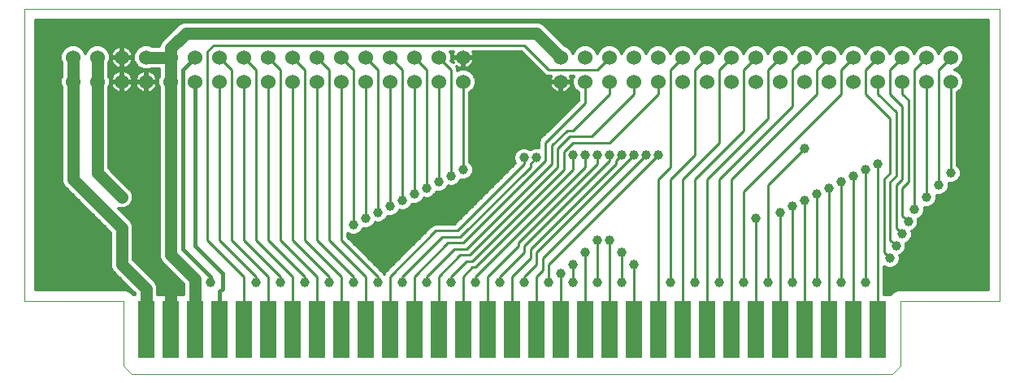
<source format=gtl>
G75*
G70*
%OFA0B0*%
%FSLAX24Y24*%
%IPPOS*%
%LPD*%
%AMOC8*
5,1,8,0,0,1.08239X$1,22.5*
%
%ADD10C,0.0000*%
%ADD11C,0.0600*%
%ADD12R,0.0650X0.2350*%
%ADD13C,0.0396*%
%ADD14C,0.0100*%
%ADD15C,0.0120*%
%ADD16C,0.2500*%
%ADD17C,0.0500*%
%ADD18C,0.0160*%
D10*
X004230Y000420D02*
X004230Y003100D01*
X004160Y003100D01*
X000160Y003100D01*
X000160Y015100D01*
X040160Y015100D01*
X040160Y003100D01*
X036160Y003100D01*
X036090Y003100D01*
X036090Y000420D01*
X035770Y000100D01*
X004550Y000100D01*
X004230Y000420D01*
D11*
X004160Y012100D03*
X005160Y012100D03*
X006160Y012100D03*
X007160Y012100D03*
X008160Y012100D03*
X009160Y012100D03*
X010160Y012100D03*
X011160Y012100D03*
X012160Y012100D03*
X013160Y012100D03*
X014160Y012100D03*
X015160Y012100D03*
X016160Y012100D03*
X017160Y012100D03*
X018160Y012100D03*
X018160Y013100D03*
X017160Y013100D03*
X016160Y013100D03*
X015160Y013100D03*
X014160Y013100D03*
X013160Y013100D03*
X012160Y013100D03*
X011160Y013100D03*
X010160Y013100D03*
X009160Y013100D03*
X008160Y013100D03*
X007160Y013100D03*
X006160Y013100D03*
X005160Y013100D03*
X004160Y013100D03*
X003160Y013100D03*
X002160Y013100D03*
X002160Y012100D03*
X003160Y012100D03*
X022160Y012100D03*
X023160Y012100D03*
X024160Y012100D03*
X025160Y012100D03*
X026160Y012100D03*
X027160Y012100D03*
X028160Y012100D03*
X029160Y012100D03*
X030160Y012100D03*
X031160Y012100D03*
X032160Y012100D03*
X033160Y012100D03*
X034160Y012100D03*
X035160Y012100D03*
X036160Y012100D03*
X037160Y012100D03*
X038160Y012100D03*
X038160Y013100D03*
X037160Y013100D03*
X036160Y013100D03*
X035160Y013100D03*
X034160Y013100D03*
X033160Y013100D03*
X032160Y013100D03*
X031160Y013100D03*
X030160Y013100D03*
X029160Y013100D03*
X028160Y013100D03*
X027160Y013100D03*
X026160Y013100D03*
X025160Y013100D03*
X024160Y013100D03*
X023160Y013100D03*
X022160Y013100D03*
D12*
X022160Y001915D03*
X021160Y001915D03*
X020160Y001915D03*
X019160Y001915D03*
X018160Y001915D03*
X017160Y001915D03*
X016160Y001915D03*
X015160Y001915D03*
X014160Y001915D03*
X013160Y001915D03*
X012160Y001915D03*
X011160Y001915D03*
X010160Y001915D03*
X009160Y001915D03*
X008160Y001915D03*
X007160Y001915D03*
X006160Y001915D03*
X005160Y001915D03*
X023160Y001915D03*
X024160Y001915D03*
X025160Y001915D03*
X026160Y001915D03*
X027160Y001915D03*
X028160Y001915D03*
X029160Y001915D03*
X030160Y001915D03*
X031160Y001915D03*
X032160Y001915D03*
X033160Y001915D03*
X034160Y001915D03*
X035160Y001915D03*
D13*
X034660Y003850D03*
X033660Y003850D03*
X032660Y003850D03*
X031660Y003850D03*
X030660Y003850D03*
X029660Y003850D03*
X028660Y003850D03*
X027660Y003850D03*
X026660Y003850D03*
X025160Y004600D03*
X024660Y005100D03*
X024160Y005600D03*
X023660Y005600D03*
X023160Y005100D03*
X022660Y004600D03*
X022160Y004225D03*
X021660Y003850D03*
X020660Y003850D03*
X019660Y003850D03*
X018660Y003850D03*
X017660Y003850D03*
X016660Y003850D03*
X015660Y003850D03*
X014660Y003850D03*
X013660Y003850D03*
X012660Y003850D03*
X011660Y003850D03*
X010660Y003850D03*
X009660Y003850D03*
X007785Y003850D03*
X007160Y003975D03*
X006910Y004225D03*
X006160Y003975D03*
X005910Y004225D03*
X006160Y003600D03*
X007160Y003600D03*
X003910Y003850D03*
X004160Y007350D03*
X003910Y007600D03*
X004910Y008600D03*
X001160Y011100D03*
X002660Y014100D03*
X017660Y008225D03*
X017160Y007975D03*
X016660Y007725D03*
X016160Y007475D03*
X015660Y007225D03*
X015160Y006975D03*
X014660Y006725D03*
X014160Y006475D03*
X013660Y006225D03*
X014660Y004975D03*
X015160Y004975D03*
X022660Y003850D03*
X023660Y003850D03*
X024660Y003850D03*
X030160Y006475D03*
X031160Y006725D03*
X031660Y006975D03*
X032160Y007225D03*
X032660Y007475D03*
X033160Y007725D03*
X033660Y007975D03*
X034160Y008225D03*
X034660Y008475D03*
X035160Y008725D03*
X037660Y007850D03*
X037160Y007350D03*
X036660Y006850D03*
X036410Y006350D03*
X036160Y005850D03*
X035910Y005350D03*
X035660Y004850D03*
X035660Y003850D03*
X036035Y003850D03*
X038160Y008350D03*
X032160Y009350D03*
X026160Y009100D03*
X025660Y009100D03*
X025160Y009100D03*
X024660Y009100D03*
X024160Y009100D03*
X023660Y009100D03*
X023160Y009100D03*
X022660Y009100D03*
X021160Y008975D03*
X020660Y008975D03*
X019160Y008975D03*
X018160Y008475D03*
X022660Y014100D03*
X029660Y014100D03*
X036660Y014100D03*
X039160Y011100D03*
D14*
X038160Y012100D02*
X038160Y008350D01*
X037660Y007850D02*
X037660Y012600D01*
X038160Y013100D01*
X037160Y013100D02*
X036660Y012600D01*
X036660Y006850D01*
X036160Y006600D02*
X036410Y006350D01*
X036160Y006600D02*
X036160Y007725D01*
X036410Y007975D01*
X036410Y011350D01*
X036160Y011600D01*
X036160Y012100D01*
X035160Y012100D02*
X035160Y011600D01*
X035910Y010850D01*
X035910Y008225D01*
X035660Y007975D01*
X035660Y005600D01*
X035910Y005350D01*
X035410Y005100D02*
X035410Y008100D01*
X035660Y008350D01*
X035660Y010600D01*
X034660Y011600D01*
X034660Y012600D01*
X035160Y013100D01*
X035660Y012600D02*
X036160Y013100D01*
X035660Y012600D02*
X035660Y011600D01*
X036160Y011100D01*
X036160Y008100D01*
X035910Y007850D01*
X035910Y006100D01*
X036160Y005850D01*
X035410Y005100D02*
X035660Y004850D01*
X034660Y003850D02*
X034660Y008475D01*
X034160Y008225D02*
X034160Y001915D01*
X033160Y001915D02*
X033160Y007725D01*
X032660Y007475D02*
X032660Y003850D01*
X033660Y003850D02*
X033660Y007975D01*
X032160Y007225D02*
X032160Y001915D01*
X031160Y001915D02*
X031160Y006725D01*
X031660Y006975D02*
X031660Y003850D01*
X030660Y003850D02*
X030660Y007850D01*
X032160Y009350D01*
X029660Y010100D02*
X029660Y012600D01*
X030160Y013100D01*
X029160Y013100D02*
X028660Y012600D01*
X028660Y009600D01*
X027160Y008100D01*
X027160Y001915D01*
X028160Y001915D02*
X028160Y008100D01*
X030660Y010600D01*
X030660Y012600D01*
X031160Y013100D01*
X031660Y012600D02*
X032160Y013100D01*
X031660Y012600D02*
X031660Y011100D01*
X028660Y008100D01*
X028660Y003850D01*
X029660Y003850D02*
X029660Y007600D01*
X033660Y011600D01*
X033660Y012600D01*
X034160Y013100D01*
X033160Y013100D02*
X032660Y012600D01*
X032660Y011600D01*
X029160Y008100D01*
X029160Y001915D01*
X030160Y001915D02*
X030160Y006475D01*
X027660Y008100D02*
X029660Y010100D01*
X027660Y009100D02*
X027660Y012600D01*
X028160Y013100D01*
X027160Y013100D02*
X026660Y012600D01*
X026660Y008600D01*
X026160Y008100D01*
X026160Y001915D01*
X025160Y001915D02*
X025160Y004600D01*
X024660Y005100D02*
X024660Y003850D01*
X023660Y003850D02*
X023660Y005600D01*
X024160Y005600D02*
X024160Y001915D01*
X023160Y001915D02*
X023160Y005100D01*
X022660Y004600D02*
X022660Y003850D01*
X022160Y004225D02*
X022160Y001915D01*
X021160Y001915D02*
X021160Y004100D01*
X021410Y004350D01*
X021410Y004850D01*
X025660Y009100D01*
X025160Y009100D02*
X021160Y005100D01*
X021160Y004600D01*
X020660Y004100D01*
X020660Y003850D01*
X020160Y004100D02*
X020910Y004850D01*
X020910Y005225D01*
X024410Y008725D01*
X024410Y008850D01*
X024660Y009100D01*
X024160Y009100D02*
X024160Y008850D01*
X020660Y005350D01*
X020660Y005100D01*
X019660Y004100D01*
X019660Y003850D01*
X019160Y004100D02*
X020410Y005350D01*
X020410Y005475D01*
X023660Y008725D01*
X023660Y009100D01*
X023160Y009100D02*
X023160Y008600D01*
X018660Y004100D01*
X018660Y003850D01*
X018160Y004100D02*
X018535Y004475D01*
X018660Y004475D01*
X022660Y008475D01*
X022660Y009100D01*
X022285Y009225D02*
X022660Y009600D01*
X024160Y009600D01*
X026160Y011600D01*
X026160Y012100D01*
X025160Y012100D02*
X025160Y011600D01*
X023410Y009850D01*
X022535Y009850D01*
X022035Y009350D01*
X022035Y008600D01*
X018410Y004975D01*
X018035Y004975D01*
X017160Y004100D01*
X017160Y001915D01*
X016160Y001915D02*
X016160Y004100D01*
X017535Y005475D01*
X018160Y005475D01*
X021535Y008850D01*
X021535Y009600D01*
X023160Y011225D01*
X023160Y012100D01*
X024160Y012100D02*
X024160Y011600D01*
X022660Y010100D01*
X022410Y010100D01*
X021785Y009475D01*
X021785Y008725D01*
X018285Y005225D01*
X017785Y005225D01*
X016660Y004100D01*
X016660Y003850D01*
X017660Y003850D02*
X017660Y004100D01*
X018285Y004725D01*
X018535Y004725D01*
X022285Y008475D01*
X022285Y009225D01*
X021160Y008975D02*
X020910Y008725D01*
X020910Y008600D01*
X018035Y005725D01*
X017285Y005725D01*
X015660Y004100D01*
X015660Y003850D01*
X015160Y004100D02*
X017035Y005975D01*
X017910Y005975D01*
X020660Y008725D01*
X020660Y008975D01*
X018160Y008475D02*
X018160Y012100D01*
X017660Y012600D02*
X017660Y008225D01*
X017160Y007975D02*
X017160Y012100D01*
X016160Y012100D02*
X016160Y007475D01*
X016660Y007725D02*
X016660Y012600D01*
X016160Y013100D01*
X017160Y013100D02*
X017660Y012600D01*
X015660Y012600D02*
X015660Y007225D01*
X015160Y006975D02*
X015160Y012100D01*
X014160Y012100D02*
X014160Y006475D01*
X013660Y006225D02*
X013660Y012600D01*
X013160Y013100D01*
X012660Y012600D02*
X012160Y013100D01*
X011660Y012600D02*
X011160Y013100D01*
X010660Y012600D02*
X010160Y013100D01*
X009660Y012600D02*
X009660Y005600D01*
X011160Y004100D01*
X011160Y001915D01*
X010160Y001915D02*
X010160Y004100D01*
X008660Y005600D01*
X008660Y012600D01*
X008160Y013100D01*
X007660Y013350D02*
X007910Y013600D01*
X020660Y013600D01*
X021660Y012600D01*
X023660Y012600D01*
X024160Y013100D01*
X015660Y012600D02*
X015160Y013100D01*
X014660Y012600D02*
X014160Y013100D01*
X014660Y012600D02*
X014660Y006725D01*
X013160Y005600D02*
X013160Y012100D01*
X012160Y012100D02*
X012160Y005600D01*
X013660Y004100D01*
X013660Y003850D01*
X013160Y004100D02*
X011660Y005600D01*
X011660Y012600D01*
X010660Y012600D02*
X010660Y005600D01*
X012160Y004100D01*
X012160Y001915D01*
X013160Y001915D02*
X013160Y004100D01*
X012660Y004100D02*
X012660Y003850D01*
X012660Y004100D02*
X011160Y005600D01*
X011160Y012100D01*
X010160Y012100D02*
X010160Y005600D01*
X011660Y004100D01*
X011660Y003850D01*
X010660Y003850D02*
X010660Y004100D01*
X009160Y005600D01*
X009160Y012100D01*
X008160Y012100D02*
X008160Y005600D01*
X009660Y004100D01*
X009660Y003850D01*
X009160Y004100D02*
X007660Y005600D01*
X007660Y013350D01*
X009160Y013100D02*
X009660Y012600D01*
X012660Y012600D02*
X012660Y005600D01*
X014160Y004100D01*
X014160Y001915D01*
X015160Y001915D02*
X015160Y004100D01*
X014660Y004100D02*
X014660Y003850D01*
X014660Y004100D02*
X013160Y005600D01*
X009160Y004100D02*
X009160Y001915D01*
X018160Y001915D02*
X018160Y004100D01*
X019160Y004100D02*
X019160Y001915D01*
X020160Y001915D02*
X020160Y004100D01*
X021660Y003850D02*
X021660Y004600D01*
X026160Y009100D01*
X026660Y008100D02*
X027660Y009100D01*
X027660Y008100D02*
X027660Y003850D01*
X026660Y003850D02*
X026660Y008100D01*
X035160Y008725D02*
X035160Y001915D01*
X037160Y007350D02*
X037160Y012100D01*
D15*
X038312Y012600D02*
X038455Y012659D01*
X038601Y012805D01*
X038680Y012997D01*
X038680Y013203D01*
X038601Y013395D01*
X038455Y013541D01*
X038263Y013620D01*
X038057Y013620D01*
X037865Y013541D01*
X037719Y013395D01*
X037660Y013252D01*
X037601Y013395D01*
X037455Y013541D01*
X037263Y013620D01*
X037057Y013620D01*
X036865Y013541D01*
X036719Y013395D01*
X036660Y013252D01*
X036601Y013395D01*
X036455Y013541D01*
X036263Y013620D01*
X036057Y013620D01*
X035865Y013541D01*
X035719Y013395D01*
X035660Y013252D01*
X035601Y013395D01*
X035455Y013541D01*
X035263Y013620D01*
X035057Y013620D01*
X034865Y013541D01*
X034719Y013395D01*
X034660Y013252D01*
X034601Y013395D01*
X034455Y013541D01*
X034263Y013620D01*
X034057Y013620D01*
X033865Y013541D01*
X033719Y013395D01*
X033660Y013252D01*
X033601Y013395D01*
X033455Y013541D01*
X033263Y013620D01*
X033057Y013620D01*
X032865Y013541D01*
X032719Y013395D01*
X032660Y013252D01*
X032601Y013395D01*
X032455Y013541D01*
X032263Y013620D01*
X032057Y013620D01*
X031865Y013541D01*
X031719Y013395D01*
X031660Y013252D01*
X031601Y013395D01*
X031455Y013541D01*
X031263Y013620D01*
X031057Y013620D01*
X030865Y013541D01*
X030719Y013395D01*
X030660Y013252D01*
X030601Y013395D01*
X030455Y013541D01*
X030263Y013620D01*
X030057Y013620D01*
X029865Y013541D01*
X029719Y013395D01*
X029660Y013252D01*
X029601Y013395D01*
X029455Y013541D01*
X029263Y013620D01*
X029057Y013620D01*
X028865Y013541D01*
X028719Y013395D01*
X028660Y013252D01*
X028601Y013395D01*
X028455Y013541D01*
X028263Y013620D01*
X028057Y013620D01*
X027865Y013541D01*
X027719Y013395D01*
X027660Y013252D01*
X027601Y013395D01*
X027455Y013541D01*
X027263Y013620D01*
X027057Y013620D01*
X026865Y013541D01*
X026719Y013395D01*
X026660Y013252D01*
X026601Y013395D01*
X026455Y013541D01*
X026263Y013620D01*
X026057Y013620D01*
X025865Y013541D01*
X025719Y013395D01*
X025660Y013252D01*
X025601Y013395D01*
X025455Y013541D01*
X025263Y013620D01*
X025057Y013620D01*
X024865Y013541D01*
X024719Y013395D01*
X024660Y013252D01*
X024601Y013395D01*
X024455Y013541D01*
X024263Y013620D01*
X024057Y013620D01*
X023865Y013541D01*
X023719Y013395D01*
X023660Y013252D01*
X023601Y013395D01*
X023455Y013541D01*
X023263Y013620D01*
X023057Y013620D01*
X022865Y013541D01*
X022719Y013395D01*
X022660Y013252D01*
X022601Y013395D01*
X022455Y013541D01*
X022334Y013591D01*
X021558Y014366D01*
X021426Y014498D01*
X021253Y014570D01*
X006692Y014570D01*
X006519Y014498D01*
X005894Y013873D01*
X005762Y013741D01*
X005691Y013570D01*
X005384Y013570D01*
X005263Y013620D01*
X005057Y013620D01*
X004865Y013541D01*
X004719Y013395D01*
X004640Y013203D01*
X004640Y012997D01*
X004719Y012805D01*
X004865Y012659D01*
X005057Y012580D01*
X005263Y012580D01*
X005384Y012630D01*
X005690Y012630D01*
X005690Y012324D01*
X005640Y012203D01*
X005640Y011997D01*
X005690Y011876D01*
X005690Y004882D01*
X005762Y004709D01*
X006512Y003959D01*
X006690Y003780D01*
X006690Y003350D01*
X005630Y003350D01*
X005630Y003693D01*
X005558Y003866D01*
X004630Y004795D01*
X004630Y006193D01*
X004558Y006366D01*
X004029Y006895D01*
X004067Y006880D01*
X004253Y006880D01*
X004426Y006952D01*
X004558Y007084D01*
X004630Y007257D01*
X004630Y007443D01*
X004558Y007616D01*
X004176Y007998D01*
X003630Y008545D01*
X003630Y011876D01*
X003680Y011997D01*
X003680Y012203D01*
X003630Y012324D01*
X003630Y012876D01*
X003680Y012997D01*
X003680Y013203D01*
X003601Y013395D01*
X003455Y013541D01*
X003263Y013620D01*
X003057Y013620D01*
X002865Y013541D01*
X002719Y013395D01*
X002660Y013252D01*
X002601Y013395D01*
X002455Y013541D01*
X002263Y013620D01*
X002057Y013620D01*
X001865Y013541D01*
X001719Y013395D01*
X001640Y013203D01*
X001640Y012997D01*
X001690Y012876D01*
X001690Y012324D01*
X001640Y012203D01*
X001640Y011997D01*
X001690Y011876D01*
X001690Y008007D01*
X001762Y007834D01*
X001894Y007702D01*
X003690Y005905D01*
X003690Y004507D01*
X003762Y004334D01*
X003894Y004202D01*
X004690Y003405D01*
X004690Y003350D01*
X004624Y003350D01*
X004620Y003361D01*
X004491Y003490D01*
X004321Y003560D01*
X000620Y003560D01*
X000620Y014640D01*
X039700Y014640D01*
X039700Y003560D01*
X035998Y003560D01*
X035829Y003490D01*
X035700Y003361D01*
X035696Y003350D01*
X035430Y003350D01*
X035430Y004493D01*
X035577Y004432D01*
X035743Y004432D01*
X035897Y004496D01*
X036014Y004613D01*
X036078Y004767D01*
X036078Y004933D01*
X036066Y004962D01*
X036147Y004996D01*
X036264Y005113D01*
X036328Y005267D01*
X036328Y005433D01*
X036316Y005462D01*
X036397Y005496D01*
X036514Y005613D01*
X036578Y005767D01*
X036578Y005933D01*
X036566Y005962D01*
X036647Y005996D01*
X036764Y006113D01*
X036828Y006267D01*
X036828Y006433D01*
X036816Y006462D01*
X036897Y006496D01*
X037014Y006613D01*
X037078Y006767D01*
X037078Y006932D01*
X037243Y006932D01*
X037397Y006996D01*
X037514Y007113D01*
X037578Y007267D01*
X037578Y007432D01*
X037743Y007432D01*
X037897Y007496D01*
X038014Y007613D01*
X038078Y007767D01*
X038078Y007932D01*
X038243Y007932D01*
X038397Y007996D01*
X038514Y008113D01*
X038578Y008267D01*
X038578Y008433D01*
X038514Y008587D01*
X038430Y008671D01*
X038430Y011649D01*
X038455Y011659D01*
X038601Y011805D01*
X038680Y011997D01*
X038680Y012203D01*
X038601Y012395D01*
X038455Y012541D01*
X038312Y012600D01*
X038450Y012543D02*
X039700Y012543D01*
X039700Y012661D02*
X038456Y012661D01*
X038575Y012780D02*
X039700Y012780D01*
X039700Y012898D02*
X038639Y012898D01*
X038680Y013017D02*
X039700Y013017D01*
X039700Y013135D02*
X038680Y013135D01*
X038659Y013254D02*
X039700Y013254D01*
X039700Y013372D02*
X038610Y013372D01*
X038505Y013491D02*
X039700Y013491D01*
X039700Y013609D02*
X038290Y013609D01*
X038030Y013609D02*
X037290Y013609D01*
X037505Y013491D02*
X037815Y013491D01*
X037710Y013372D02*
X037610Y013372D01*
X037659Y013254D02*
X037661Y013254D01*
X036815Y013491D02*
X036505Y013491D01*
X036610Y013372D02*
X036710Y013372D01*
X036661Y013254D02*
X036659Y013254D01*
X035815Y013491D02*
X035505Y013491D01*
X035610Y013372D02*
X035710Y013372D01*
X035661Y013254D02*
X035659Y013254D01*
X034815Y013491D02*
X034505Y013491D01*
X034610Y013372D02*
X034710Y013372D01*
X034661Y013254D02*
X034659Y013254D01*
X033815Y013491D02*
X033505Y013491D01*
X033610Y013372D02*
X033710Y013372D01*
X033661Y013254D02*
X033659Y013254D01*
X032815Y013491D02*
X032505Y013491D01*
X032610Y013372D02*
X032710Y013372D01*
X032661Y013254D02*
X032659Y013254D01*
X031815Y013491D02*
X031505Y013491D01*
X031610Y013372D02*
X031710Y013372D01*
X031661Y013254D02*
X031659Y013254D01*
X030815Y013491D02*
X030505Y013491D01*
X030610Y013372D02*
X030710Y013372D01*
X030661Y013254D02*
X030659Y013254D01*
X030290Y013609D02*
X031030Y013609D01*
X031290Y013609D02*
X032030Y013609D01*
X032290Y013609D02*
X033030Y013609D01*
X033290Y013609D02*
X034030Y013609D01*
X034290Y013609D02*
X035030Y013609D01*
X035290Y013609D02*
X036030Y013609D01*
X036290Y013609D02*
X037030Y013609D01*
X039700Y013728D02*
X022197Y013728D01*
X022079Y013846D02*
X039700Y013846D01*
X039700Y013965D02*
X021960Y013965D01*
X021842Y014083D02*
X039700Y014083D01*
X039700Y014202D02*
X021723Y014202D01*
X021605Y014320D02*
X039700Y014320D01*
X039700Y014439D02*
X021486Y014439D01*
X021285Y014557D02*
X039700Y014557D01*
X039700Y012424D02*
X038571Y012424D01*
X038638Y012306D02*
X039700Y012306D01*
X039700Y012187D02*
X038680Y012187D01*
X038680Y012069D02*
X039700Y012069D01*
X039700Y011950D02*
X038661Y011950D01*
X038612Y011832D02*
X039700Y011832D01*
X039700Y011713D02*
X038508Y011713D01*
X038430Y011595D02*
X039700Y011595D01*
X039700Y011476D02*
X038430Y011476D01*
X038430Y011358D02*
X039700Y011358D01*
X039700Y011239D02*
X038430Y011239D01*
X038430Y011121D02*
X039700Y011121D01*
X039700Y011002D02*
X038430Y011002D01*
X038430Y010884D02*
X039700Y010884D01*
X039700Y010765D02*
X038430Y010765D01*
X038430Y010647D02*
X039700Y010647D01*
X039700Y010528D02*
X038430Y010528D01*
X038430Y010410D02*
X039700Y010410D01*
X039700Y010291D02*
X038430Y010291D01*
X038430Y010173D02*
X039700Y010173D01*
X039700Y010054D02*
X038430Y010054D01*
X038430Y009936D02*
X039700Y009936D01*
X039700Y009817D02*
X038430Y009817D01*
X038430Y009699D02*
X039700Y009699D01*
X039700Y009580D02*
X038430Y009580D01*
X038430Y009462D02*
X039700Y009462D01*
X039700Y009343D02*
X038430Y009343D01*
X038430Y009225D02*
X039700Y009225D01*
X039700Y009106D02*
X038430Y009106D01*
X038430Y008988D02*
X039700Y008988D01*
X039700Y008869D02*
X038430Y008869D01*
X038430Y008751D02*
X039700Y008751D01*
X039700Y008632D02*
X038469Y008632D01*
X038545Y008514D02*
X039700Y008514D01*
X039700Y008395D02*
X038578Y008395D01*
X038578Y008277D02*
X039700Y008277D01*
X039700Y008158D02*
X038533Y008158D01*
X038441Y008040D02*
X039700Y008040D01*
X039700Y007921D02*
X038078Y007921D01*
X038078Y007803D02*
X039700Y007803D01*
X039700Y007684D02*
X038044Y007684D01*
X037967Y007566D02*
X039700Y007566D01*
X039700Y007447D02*
X037780Y007447D01*
X037578Y007329D02*
X039700Y007329D01*
X039700Y007210D02*
X037555Y007210D01*
X037493Y007092D02*
X039700Y007092D01*
X039700Y006973D02*
X037342Y006973D01*
X037078Y006855D02*
X039700Y006855D01*
X039700Y006736D02*
X037065Y006736D01*
X037016Y006618D02*
X039700Y006618D01*
X039700Y006499D02*
X036900Y006499D01*
X036828Y006381D02*
X039700Y006381D01*
X039700Y006262D02*
X036826Y006262D01*
X036777Y006144D02*
X039700Y006144D01*
X039700Y006025D02*
X036676Y006025D01*
X036578Y005907D02*
X039700Y005907D01*
X039700Y005788D02*
X036578Y005788D01*
X036538Y005670D02*
X039700Y005670D01*
X039700Y005551D02*
X036452Y005551D01*
X036328Y005433D02*
X039700Y005433D01*
X039700Y005314D02*
X036328Y005314D01*
X036299Y005196D02*
X039700Y005196D01*
X039700Y005077D02*
X036228Y005077D01*
X036068Y004959D02*
X039700Y004959D01*
X039700Y004840D02*
X036078Y004840D01*
X036059Y004722D02*
X039700Y004722D01*
X039700Y004603D02*
X036004Y004603D01*
X035870Y004485D02*
X039700Y004485D01*
X039700Y004366D02*
X035430Y004366D01*
X035430Y004248D02*
X039700Y004248D01*
X039700Y004129D02*
X035430Y004129D01*
X035430Y004011D02*
X039700Y004011D01*
X039700Y003892D02*
X035430Y003892D01*
X035430Y003774D02*
X039700Y003774D01*
X039700Y003655D02*
X035430Y003655D01*
X035430Y003537D02*
X035942Y003537D01*
X035757Y003418D02*
X035430Y003418D01*
X035430Y004485D02*
X035450Y004485D01*
X022890Y011337D02*
X021306Y009753D01*
X021265Y009654D01*
X021265Y009384D01*
X021243Y009393D01*
X021077Y009393D01*
X020923Y009329D01*
X020910Y009316D01*
X020897Y009329D01*
X020743Y009393D01*
X020577Y009393D01*
X020423Y009329D01*
X020306Y009212D01*
X020242Y009058D01*
X020242Y008892D01*
X020301Y008748D01*
X017798Y006245D01*
X016981Y006245D01*
X016882Y006204D01*
X016806Y006128D01*
X014931Y004253D01*
X014910Y004202D01*
X014889Y004253D01*
X013430Y005712D01*
X013430Y005868D01*
X013577Y005807D01*
X013743Y005807D01*
X013897Y005871D01*
X014014Y005988D01*
X014048Y006069D01*
X014077Y006057D01*
X014243Y006057D01*
X014397Y006121D01*
X014514Y006238D01*
X014548Y006319D01*
X014577Y006307D01*
X014743Y006307D01*
X014897Y006371D01*
X015014Y006488D01*
X015048Y006569D01*
X015077Y006557D01*
X015243Y006557D01*
X015397Y006621D01*
X015514Y006738D01*
X015548Y006819D01*
X015577Y006807D01*
X015743Y006807D01*
X015897Y006871D01*
X016014Y006988D01*
X016048Y007069D01*
X016077Y007057D01*
X016243Y007057D01*
X016397Y007121D01*
X016514Y007238D01*
X016548Y007319D01*
X016577Y007307D01*
X016743Y007307D01*
X016897Y007371D01*
X017014Y007488D01*
X017048Y007569D01*
X017077Y007557D01*
X017243Y007557D01*
X017397Y007621D01*
X017514Y007738D01*
X017548Y007819D01*
X017577Y007807D01*
X017743Y007807D01*
X017897Y007871D01*
X018014Y007988D01*
X018048Y008069D01*
X018077Y008057D01*
X018243Y008057D01*
X018397Y008121D01*
X018514Y008238D01*
X018578Y008392D01*
X018578Y008558D01*
X018514Y008712D01*
X018430Y008796D01*
X018430Y011649D01*
X018455Y011659D01*
X018601Y011805D01*
X018680Y011997D01*
X018680Y012203D01*
X018601Y012395D01*
X018455Y012541D01*
X018263Y012620D01*
X018057Y012620D01*
X017930Y012568D01*
X017930Y012654D01*
X017903Y012718D01*
X017919Y012707D01*
X017983Y012674D01*
X018052Y012651D01*
X018120Y012641D01*
X018120Y013060D01*
X017701Y013060D01*
X017711Y012992D01*
X017734Y012923D01*
X017750Y012892D01*
X017670Y012972D01*
X017680Y012997D01*
X017680Y013203D01*
X017628Y013330D01*
X017761Y013330D01*
X017734Y013277D01*
X017711Y013208D01*
X017701Y013140D01*
X018120Y013140D01*
X018120Y013060D01*
X018200Y013060D01*
X018200Y013140D01*
X018619Y013140D01*
X018609Y013208D01*
X018586Y013277D01*
X018559Y013330D01*
X020548Y013330D01*
X021431Y012447D01*
X021507Y012371D01*
X021606Y012330D01*
X021761Y012330D01*
X021734Y012277D01*
X021711Y012208D01*
X021701Y012140D01*
X022120Y012140D01*
X022120Y012060D01*
X022200Y012060D01*
X022200Y012140D01*
X022619Y012140D01*
X022609Y012208D01*
X022586Y012277D01*
X022559Y012330D01*
X022692Y012330D01*
X022640Y012203D01*
X022640Y011997D01*
X022719Y011805D01*
X022865Y011659D01*
X022890Y011649D01*
X022890Y011337D01*
X022890Y011358D02*
X018430Y011358D01*
X018430Y011476D02*
X022890Y011476D01*
X022890Y011595D02*
X018430Y011595D01*
X018508Y011713D02*
X021910Y011713D01*
X021919Y011707D02*
X021983Y011674D01*
X022052Y011651D01*
X022120Y011641D01*
X022120Y012060D01*
X021701Y012060D01*
X021711Y011992D01*
X021734Y011923D01*
X021767Y011859D01*
X021809Y011800D01*
X021860Y011749D01*
X021919Y011707D01*
X021786Y011832D02*
X018612Y011832D01*
X018661Y011950D02*
X021725Y011950D01*
X021708Y012187D02*
X018680Y012187D01*
X018680Y012069D02*
X022120Y012069D01*
X022200Y012069D02*
X022640Y012069D01*
X022619Y012060D02*
X022200Y012060D01*
X022200Y011641D01*
X022268Y011651D01*
X022337Y011674D01*
X022401Y011707D01*
X022460Y011749D01*
X022511Y011800D01*
X022553Y011859D01*
X022586Y011923D01*
X022609Y011992D01*
X022619Y012060D01*
X022595Y011950D02*
X022659Y011950D01*
X022708Y011832D02*
X022534Y011832D01*
X022410Y011713D02*
X022812Y011713D01*
X022200Y011713D02*
X022120Y011713D01*
X022120Y011832D02*
X022200Y011832D01*
X022200Y011950D02*
X022120Y011950D01*
X021748Y012306D02*
X018638Y012306D01*
X018571Y012424D02*
X021454Y012424D01*
X021336Y012543D02*
X018450Y012543D01*
X018401Y012707D02*
X018460Y012749D01*
X018511Y012800D01*
X018553Y012859D01*
X018586Y012923D01*
X018609Y012992D01*
X018619Y013060D01*
X018200Y013060D01*
X018200Y012641D01*
X018268Y012651D01*
X018337Y012674D01*
X018401Y012707D01*
X018298Y012661D02*
X021217Y012661D01*
X021099Y012780D02*
X018490Y012780D01*
X018573Y012898D02*
X020980Y012898D01*
X020862Y013017D02*
X018613Y013017D01*
X018594Y013254D02*
X020625Y013254D01*
X020743Y013135D02*
X018200Y013135D01*
X018120Y013135D02*
X017680Y013135D01*
X017680Y013017D02*
X017707Y013017D01*
X017744Y012898D02*
X017747Y012898D01*
X018120Y012898D02*
X018200Y012898D01*
X018200Y012780D02*
X018120Y012780D01*
X018120Y012661D02*
X018200Y012661D01*
X018022Y012661D02*
X017927Y012661D01*
X018120Y013017D02*
X018200Y013017D01*
X017726Y013254D02*
X017659Y013254D01*
X022316Y013609D02*
X023030Y013609D01*
X022815Y013491D02*
X022505Y013491D01*
X022610Y013372D02*
X022710Y013372D01*
X022661Y013254D02*
X022659Y013254D01*
X023505Y013491D02*
X023815Y013491D01*
X023710Y013372D02*
X023610Y013372D01*
X023659Y013254D02*
X023661Y013254D01*
X024505Y013491D02*
X024815Y013491D01*
X024710Y013372D02*
X024610Y013372D01*
X024659Y013254D02*
X024661Y013254D01*
X025505Y013491D02*
X025815Y013491D01*
X025710Y013372D02*
X025610Y013372D01*
X025659Y013254D02*
X025661Y013254D01*
X026505Y013491D02*
X026815Y013491D01*
X026710Y013372D02*
X026610Y013372D01*
X026659Y013254D02*
X026661Y013254D01*
X027505Y013491D02*
X027815Y013491D01*
X027710Y013372D02*
X027610Y013372D01*
X027659Y013254D02*
X027661Y013254D01*
X028505Y013491D02*
X028815Y013491D01*
X028710Y013372D02*
X028610Y013372D01*
X028659Y013254D02*
X028661Y013254D01*
X029505Y013491D02*
X029815Y013491D01*
X029710Y013372D02*
X029610Y013372D01*
X029659Y013254D02*
X029661Y013254D01*
X030030Y013609D02*
X029290Y013609D01*
X029030Y013609D02*
X028290Y013609D01*
X028030Y013609D02*
X027290Y013609D01*
X027030Y013609D02*
X026290Y013609D01*
X026030Y013609D02*
X025290Y013609D01*
X025030Y013609D02*
X024290Y013609D01*
X024030Y013609D02*
X023290Y013609D01*
X022682Y012306D02*
X022572Y012306D01*
X022612Y012187D02*
X022640Y012187D01*
X022792Y011239D02*
X018430Y011239D01*
X018430Y011121D02*
X022674Y011121D01*
X022555Y011002D02*
X018430Y011002D01*
X018430Y010884D02*
X022437Y010884D01*
X022318Y010765D02*
X018430Y010765D01*
X018430Y010647D02*
X022200Y010647D01*
X022081Y010528D02*
X018430Y010528D01*
X018430Y010410D02*
X021963Y010410D01*
X021844Y010291D02*
X018430Y010291D01*
X018430Y010173D02*
X021726Y010173D01*
X021607Y010054D02*
X018430Y010054D01*
X018430Y009936D02*
X021489Y009936D01*
X021370Y009817D02*
X018430Y009817D01*
X018430Y009699D02*
X021284Y009699D01*
X021265Y009580D02*
X018430Y009580D01*
X018430Y009462D02*
X021265Y009462D01*
X020956Y009343D02*
X020864Y009343D01*
X020456Y009343D02*
X018430Y009343D01*
X018430Y009225D02*
X020318Y009225D01*
X020262Y009106D02*
X018430Y009106D01*
X018430Y008988D02*
X020242Y008988D01*
X020251Y008869D02*
X018430Y008869D01*
X018476Y008751D02*
X020300Y008751D01*
X020185Y008632D02*
X018548Y008632D01*
X018578Y008514D02*
X020067Y008514D01*
X019948Y008395D02*
X018578Y008395D01*
X018530Y008277D02*
X019830Y008277D01*
X019711Y008158D02*
X018434Y008158D01*
X018036Y008040D02*
X019593Y008040D01*
X019474Y007921D02*
X017947Y007921D01*
X017541Y007803D02*
X019356Y007803D01*
X019237Y007684D02*
X017460Y007684D01*
X017264Y007566D02*
X019119Y007566D01*
X019000Y007447D02*
X016973Y007447D01*
X017046Y007566D02*
X017056Y007566D01*
X016795Y007329D02*
X018882Y007329D01*
X018763Y007210D02*
X016486Y007210D01*
X016327Y007092D02*
X018645Y007092D01*
X018526Y006973D02*
X015999Y006973D01*
X015858Y006855D02*
X018408Y006855D01*
X018289Y006736D02*
X015512Y006736D01*
X015390Y006618D02*
X018171Y006618D01*
X018052Y006499D02*
X015019Y006499D01*
X014907Y006381D02*
X017934Y006381D01*
X017815Y006262D02*
X014524Y006262D01*
X014420Y006144D02*
X016822Y006144D01*
X016703Y006025D02*
X014030Y006025D01*
X013933Y005907D02*
X016585Y005907D01*
X016466Y005788D02*
X013430Y005788D01*
X013472Y005670D02*
X016348Y005670D01*
X016229Y005551D02*
X013591Y005551D01*
X013709Y005433D02*
X016111Y005433D01*
X015992Y005314D02*
X013828Y005314D01*
X013946Y005196D02*
X015874Y005196D01*
X015755Y005077D02*
X014065Y005077D01*
X014183Y004959D02*
X015637Y004959D01*
X015518Y004840D02*
X014302Y004840D01*
X014420Y004722D02*
X015400Y004722D01*
X015281Y004603D02*
X014539Y004603D01*
X014657Y004485D02*
X015163Y004485D01*
X015044Y004366D02*
X014776Y004366D01*
X014891Y004248D02*
X014929Y004248D01*
X006690Y003774D02*
X005597Y003774D01*
X005630Y003655D02*
X006690Y003655D01*
X006690Y003537D02*
X005630Y003537D01*
X005630Y003418D02*
X006690Y003418D01*
X006578Y003892D02*
X005533Y003892D01*
X005414Y004011D02*
X006460Y004011D01*
X006341Y004129D02*
X005296Y004129D01*
X005177Y004248D02*
X006223Y004248D01*
X006104Y004366D02*
X005059Y004366D01*
X004940Y004485D02*
X005986Y004485D01*
X005867Y004603D02*
X004822Y004603D01*
X004703Y004722D02*
X005756Y004722D01*
X005707Y004840D02*
X004630Y004840D01*
X004630Y004959D02*
X005690Y004959D01*
X005690Y005077D02*
X004630Y005077D01*
X004630Y005196D02*
X005690Y005196D01*
X005690Y005314D02*
X004630Y005314D01*
X004630Y005433D02*
X005690Y005433D01*
X005690Y005551D02*
X004630Y005551D01*
X004630Y005670D02*
X005690Y005670D01*
X005690Y005788D02*
X004630Y005788D01*
X004630Y005907D02*
X005690Y005907D01*
X005690Y006025D02*
X004630Y006025D01*
X004630Y006144D02*
X005690Y006144D01*
X005690Y006262D02*
X004602Y006262D01*
X004544Y006381D02*
X005690Y006381D01*
X005690Y006499D02*
X004426Y006499D01*
X004307Y006618D02*
X005690Y006618D01*
X005690Y006736D02*
X004189Y006736D01*
X004070Y006855D02*
X005690Y006855D01*
X005690Y006973D02*
X004448Y006973D01*
X004562Y007092D02*
X005690Y007092D01*
X005690Y007210D02*
X004611Y007210D01*
X004630Y007329D02*
X005690Y007329D01*
X005690Y007447D02*
X004629Y007447D01*
X004579Y007566D02*
X005690Y007566D01*
X005690Y007684D02*
X004491Y007684D01*
X004372Y007803D02*
X005690Y007803D01*
X005690Y007921D02*
X004254Y007921D01*
X004135Y008040D02*
X005690Y008040D01*
X005690Y008158D02*
X004017Y008158D01*
X003898Y008277D02*
X005690Y008277D01*
X005690Y008395D02*
X003780Y008395D01*
X003661Y008514D02*
X005690Y008514D01*
X005690Y008632D02*
X003630Y008632D01*
X003630Y008751D02*
X005690Y008751D01*
X005690Y008869D02*
X003630Y008869D01*
X003630Y008988D02*
X005690Y008988D01*
X005690Y009106D02*
X003630Y009106D01*
X003630Y009225D02*
X005690Y009225D01*
X005690Y009343D02*
X003630Y009343D01*
X003630Y009462D02*
X005690Y009462D01*
X005690Y009580D02*
X003630Y009580D01*
X003630Y009699D02*
X005690Y009699D01*
X005690Y009817D02*
X003630Y009817D01*
X003630Y009936D02*
X005690Y009936D01*
X005690Y010054D02*
X003630Y010054D01*
X003630Y010173D02*
X005690Y010173D01*
X005690Y010291D02*
X003630Y010291D01*
X003630Y010410D02*
X005690Y010410D01*
X005690Y010528D02*
X003630Y010528D01*
X003630Y010647D02*
X005690Y010647D01*
X005690Y010765D02*
X003630Y010765D01*
X003630Y010884D02*
X005690Y010884D01*
X005690Y011002D02*
X003630Y011002D01*
X003630Y011121D02*
X005690Y011121D01*
X005690Y011239D02*
X003630Y011239D01*
X003630Y011358D02*
X005690Y011358D01*
X005690Y011476D02*
X003630Y011476D01*
X003630Y011595D02*
X005690Y011595D01*
X005690Y011713D02*
X005410Y011713D01*
X005401Y011707D02*
X005460Y011749D01*
X005511Y011800D01*
X005553Y011859D01*
X005586Y011923D01*
X005609Y011992D01*
X005619Y012060D01*
X005200Y012060D01*
X005200Y012140D01*
X005619Y012140D01*
X005609Y012208D01*
X005586Y012277D01*
X005553Y012341D01*
X005511Y012400D01*
X005460Y012451D01*
X005401Y012493D01*
X005337Y012526D01*
X005268Y012549D01*
X005200Y012559D01*
X005200Y012140D01*
X005120Y012140D01*
X005120Y012559D01*
X005052Y012549D01*
X004983Y012526D01*
X004919Y012493D01*
X004860Y012451D01*
X004809Y012400D01*
X004767Y012341D01*
X004734Y012277D01*
X004711Y012208D01*
X004701Y012140D01*
X005120Y012140D01*
X005120Y012060D01*
X005200Y012060D01*
X005200Y011641D01*
X005268Y011651D01*
X005337Y011674D01*
X005401Y011707D01*
X005534Y011832D02*
X005690Y011832D01*
X005659Y011950D02*
X005595Y011950D01*
X005640Y012069D02*
X005200Y012069D01*
X005120Y012069D02*
X004200Y012069D01*
X004200Y012060D02*
X004200Y012140D01*
X004619Y012140D01*
X004609Y012208D01*
X004586Y012277D01*
X004553Y012341D01*
X004511Y012400D01*
X004460Y012451D01*
X004401Y012493D01*
X004337Y012526D01*
X004268Y012549D01*
X004200Y012559D01*
X004200Y012140D01*
X004120Y012140D01*
X004120Y012559D01*
X004052Y012549D01*
X003983Y012526D01*
X003919Y012493D01*
X003860Y012451D01*
X003809Y012400D01*
X003767Y012341D01*
X003734Y012277D01*
X003711Y012208D01*
X003701Y012140D01*
X004120Y012140D01*
X004120Y012060D01*
X004200Y012060D01*
X004619Y012060D01*
X004609Y011992D01*
X004586Y011923D01*
X004553Y011859D01*
X004511Y011800D01*
X004460Y011749D01*
X004401Y011707D01*
X004337Y011674D01*
X004268Y011651D01*
X004200Y011641D01*
X004200Y012060D01*
X004120Y012060D02*
X004120Y011641D01*
X004052Y011651D01*
X003983Y011674D01*
X003919Y011707D01*
X003860Y011749D01*
X003809Y011800D01*
X003767Y011859D01*
X003734Y011923D01*
X003711Y011992D01*
X003701Y012060D01*
X004120Y012060D01*
X004120Y012069D02*
X003680Y012069D01*
X003680Y012187D02*
X003708Y012187D01*
X003748Y012306D02*
X003638Y012306D01*
X003630Y012424D02*
X003833Y012424D01*
X004033Y012543D02*
X003630Y012543D01*
X003630Y012661D02*
X004022Y012661D01*
X004052Y012651D02*
X003983Y012674D01*
X003919Y012707D01*
X003860Y012749D01*
X003809Y012800D01*
X003767Y012859D01*
X003734Y012923D01*
X003711Y012992D01*
X003701Y013060D01*
X004120Y013060D01*
X004200Y013060D01*
X004200Y013140D01*
X004619Y013140D01*
X004609Y013208D01*
X004586Y013277D01*
X004553Y013341D01*
X004511Y013400D01*
X004460Y013451D01*
X004401Y013493D01*
X004337Y013526D01*
X004268Y013549D01*
X004200Y013559D01*
X004200Y013140D01*
X004120Y013140D01*
X004120Y013559D01*
X004052Y013549D01*
X003983Y013526D01*
X003919Y013493D01*
X003860Y013451D01*
X003809Y013400D01*
X003767Y013341D01*
X003734Y013277D01*
X003711Y013208D01*
X003701Y013140D01*
X004120Y013140D01*
X004120Y013060D01*
X004120Y012641D01*
X004052Y012651D01*
X004120Y012661D02*
X004200Y012661D01*
X004200Y012641D02*
X004268Y012651D01*
X004337Y012674D01*
X004401Y012707D01*
X004460Y012749D01*
X004511Y012800D01*
X004553Y012859D01*
X004586Y012923D01*
X004609Y012992D01*
X004619Y013060D01*
X004200Y013060D01*
X004200Y012641D01*
X004200Y012543D02*
X004120Y012543D01*
X004120Y012424D02*
X004200Y012424D01*
X004200Y012306D02*
X004120Y012306D01*
X004120Y012187D02*
X004200Y012187D01*
X004200Y011950D02*
X004120Y011950D01*
X004120Y011832D02*
X004200Y011832D01*
X004200Y011713D02*
X004120Y011713D01*
X003910Y011713D02*
X003630Y011713D01*
X003630Y011832D02*
X003786Y011832D01*
X003725Y011950D02*
X003661Y011950D01*
X004410Y011713D02*
X004910Y011713D01*
X004919Y011707D02*
X004983Y011674D01*
X005052Y011651D01*
X005120Y011641D01*
X005120Y012060D01*
X004701Y012060D01*
X004711Y011992D01*
X004734Y011923D01*
X004767Y011859D01*
X004809Y011800D01*
X004860Y011749D01*
X004919Y011707D01*
X004786Y011832D02*
X004534Y011832D01*
X004595Y011950D02*
X004725Y011950D01*
X004708Y012187D02*
X004612Y012187D01*
X004572Y012306D02*
X004748Y012306D01*
X004833Y012424D02*
X004487Y012424D01*
X004287Y012543D02*
X005033Y012543D01*
X005120Y012543D02*
X005200Y012543D01*
X005287Y012543D02*
X005690Y012543D01*
X005690Y012424D02*
X005487Y012424D01*
X005572Y012306D02*
X005682Y012306D01*
X005640Y012187D02*
X005612Y012187D01*
X005200Y012187D02*
X005120Y012187D01*
X005120Y012306D02*
X005200Y012306D01*
X005200Y012424D02*
X005120Y012424D01*
X004864Y012661D02*
X004298Y012661D01*
X004200Y012780D02*
X004120Y012780D01*
X004120Y012898D02*
X004200Y012898D01*
X004200Y013017D02*
X004120Y013017D01*
X004120Y013135D02*
X003680Y013135D01*
X003680Y013017D02*
X003707Y013017D01*
X003747Y012898D02*
X003639Y012898D01*
X003630Y012780D02*
X003830Y012780D01*
X004490Y012780D02*
X004745Y012780D01*
X004681Y012898D02*
X004573Y012898D01*
X004613Y013017D02*
X004640Y013017D01*
X004640Y013135D02*
X004200Y013135D01*
X004200Y013254D02*
X004120Y013254D01*
X004120Y013372D02*
X004200Y013372D01*
X004200Y013491D02*
X004120Y013491D01*
X003915Y013491D02*
X003505Y013491D01*
X003610Y013372D02*
X003789Y013372D01*
X003726Y013254D02*
X003659Y013254D01*
X004405Y013491D02*
X004815Y013491D01*
X004710Y013372D02*
X004531Y013372D01*
X004594Y013254D02*
X004661Y013254D01*
X005030Y013609D02*
X003290Y013609D01*
X003030Y013609D02*
X002290Y013609D01*
X002505Y013491D02*
X002815Y013491D01*
X002710Y013372D02*
X002610Y013372D01*
X002659Y013254D02*
X002661Y013254D01*
X001815Y013491D02*
X000620Y013491D01*
X000620Y013609D02*
X002030Y013609D01*
X001710Y013372D02*
X000620Y013372D01*
X000620Y013254D02*
X001661Y013254D01*
X001640Y013135D02*
X000620Y013135D01*
X000620Y013017D02*
X001640Y013017D01*
X001681Y012898D02*
X000620Y012898D01*
X000620Y012780D02*
X001690Y012780D01*
X001690Y012661D02*
X000620Y012661D01*
X000620Y012543D02*
X001690Y012543D01*
X001690Y012424D02*
X000620Y012424D01*
X000620Y012306D02*
X001682Y012306D01*
X001640Y012187D02*
X000620Y012187D01*
X000620Y012069D02*
X001640Y012069D01*
X001659Y011950D02*
X000620Y011950D01*
X000620Y011832D02*
X001690Y011832D01*
X001690Y011713D02*
X000620Y011713D01*
X000620Y011595D02*
X001690Y011595D01*
X001690Y011476D02*
X000620Y011476D01*
X000620Y011358D02*
X001690Y011358D01*
X001690Y011239D02*
X000620Y011239D01*
X000620Y011121D02*
X001690Y011121D01*
X001690Y011002D02*
X000620Y011002D01*
X000620Y010884D02*
X001690Y010884D01*
X001690Y010765D02*
X000620Y010765D01*
X000620Y010647D02*
X001690Y010647D01*
X001690Y010528D02*
X000620Y010528D01*
X000620Y010410D02*
X001690Y010410D01*
X001690Y010291D02*
X000620Y010291D01*
X000620Y010173D02*
X001690Y010173D01*
X001690Y010054D02*
X000620Y010054D01*
X000620Y009936D02*
X001690Y009936D01*
X001690Y009817D02*
X000620Y009817D01*
X000620Y009699D02*
X001690Y009699D01*
X001690Y009580D02*
X000620Y009580D01*
X000620Y009462D02*
X001690Y009462D01*
X001690Y009343D02*
X000620Y009343D01*
X000620Y009225D02*
X001690Y009225D01*
X001690Y009106D02*
X000620Y009106D01*
X000620Y008988D02*
X001690Y008988D01*
X001690Y008869D02*
X000620Y008869D01*
X000620Y008751D02*
X001690Y008751D01*
X001690Y008632D02*
X000620Y008632D01*
X000620Y008514D02*
X001690Y008514D01*
X001690Y008395D02*
X000620Y008395D01*
X000620Y008277D02*
X001690Y008277D01*
X001690Y008158D02*
X000620Y008158D01*
X000620Y008040D02*
X001690Y008040D01*
X001725Y007921D02*
X000620Y007921D01*
X000620Y007803D02*
X001793Y007803D01*
X001911Y007684D02*
X000620Y007684D01*
X000620Y007566D02*
X002030Y007566D01*
X002148Y007447D02*
X000620Y007447D01*
X000620Y007329D02*
X002267Y007329D01*
X002385Y007210D02*
X000620Y007210D01*
X000620Y007092D02*
X002504Y007092D01*
X002622Y006973D02*
X000620Y006973D01*
X000620Y006855D02*
X002741Y006855D01*
X002859Y006736D02*
X000620Y006736D01*
X000620Y006618D02*
X002978Y006618D01*
X003096Y006499D02*
X000620Y006499D01*
X000620Y006381D02*
X003215Y006381D01*
X003333Y006262D02*
X000620Y006262D01*
X000620Y006144D02*
X003452Y006144D01*
X003570Y006025D02*
X000620Y006025D01*
X000620Y005907D02*
X003689Y005907D01*
X003690Y005788D02*
X000620Y005788D01*
X000620Y005670D02*
X003690Y005670D01*
X003690Y005551D02*
X000620Y005551D01*
X000620Y005433D02*
X003690Y005433D01*
X003690Y005314D02*
X000620Y005314D01*
X000620Y005196D02*
X003690Y005196D01*
X003690Y005077D02*
X000620Y005077D01*
X000620Y004959D02*
X003690Y004959D01*
X003690Y004840D02*
X000620Y004840D01*
X000620Y004722D02*
X003690Y004722D01*
X003690Y004603D02*
X000620Y004603D01*
X000620Y004485D02*
X003699Y004485D01*
X003748Y004366D02*
X000620Y004366D01*
X000620Y004248D02*
X003848Y004248D01*
X003966Y004129D02*
X000620Y004129D01*
X000620Y004011D02*
X004085Y004011D01*
X004203Y003892D02*
X000620Y003892D01*
X000620Y003774D02*
X004322Y003774D01*
X004440Y003655D02*
X000620Y003655D01*
X004378Y003537D02*
X004559Y003537D01*
X004563Y003418D02*
X004677Y003418D01*
X005120Y011713D02*
X005200Y011713D01*
X005200Y011832D02*
X005120Y011832D01*
X005120Y011950D02*
X005200Y011950D01*
X005290Y013609D02*
X005707Y013609D01*
X005756Y013728D02*
X000620Y013728D01*
X000620Y013846D02*
X005866Y013846D01*
X005985Y013965D02*
X000620Y013965D01*
X000620Y014083D02*
X006103Y014083D01*
X006222Y014202D02*
X000620Y014202D01*
X000620Y014320D02*
X006340Y014320D01*
X006459Y014439D02*
X000620Y014439D01*
X000620Y014557D02*
X006660Y014557D01*
D16*
X002160Y005100D03*
X038160Y005100D03*
D17*
X022160Y013100D02*
X021160Y014100D01*
X006785Y014100D01*
X006160Y013475D01*
X006160Y013100D01*
X005160Y013100D01*
X006160Y013100D02*
X006160Y012100D01*
X006160Y004975D01*
X006910Y004225D01*
X007160Y003975D01*
X007160Y003600D01*
X007160Y001915D01*
X006160Y001915D02*
X006160Y003600D01*
X006160Y003975D01*
X005910Y004225D01*
X005160Y003600D02*
X004160Y004600D01*
X004160Y006100D01*
X002160Y008100D01*
X002160Y012100D01*
X002160Y013100D01*
X003160Y013100D02*
X003160Y012100D01*
X003160Y008350D01*
X003910Y007600D01*
X004160Y007350D01*
X005160Y003600D02*
X005160Y001915D01*
D18*
X008160Y001915D02*
X008160Y003475D01*
X008285Y003600D01*
X008285Y004225D01*
X007160Y005350D01*
X007160Y012100D01*
X006660Y012600D02*
X007160Y013100D01*
X006660Y012600D02*
X006660Y005225D01*
X007785Y004100D01*
X007785Y003850D01*
M02*

</source>
